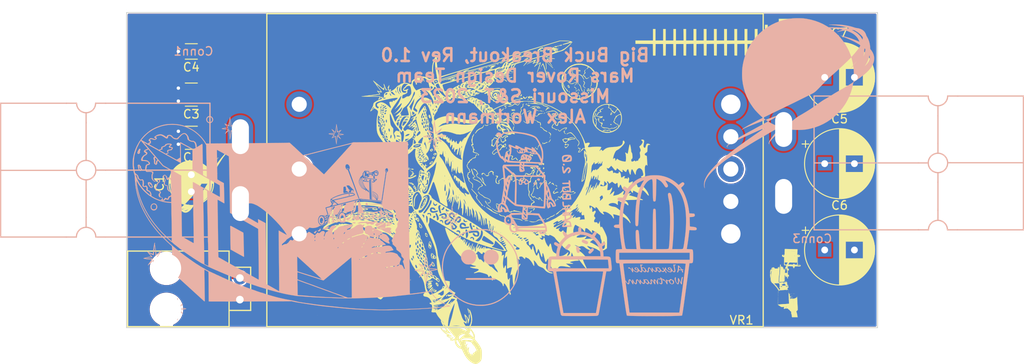
<source format=kicad_pcb>
(kicad_pcb (version 20211014) (generator pcbnew)
  (layers (0 "F.Cu" signal) (31 "B.Cu" signal) (34 "B.Paste" user) (35 "F.Paste" user) (36 "B.SilkS" user "B.Silkscreen") (37 "F.SilkS" user "F.Silkscreen") (38 "B.Mask" user) (39 "F.Mask" user) (44 "Edge.Cuts" user))
  (net 0 "")
  (net 1 "Net-(C1-Pad1)")
  (net 2 "GND")
  (net 3 "Net-(C5-Pad1)")
  (net 4 "Net-(Conn2-Pad2)")
  (footprint "Capacitor_SMD:C_1210_3225Metric_Pad1.33x2.70mm_HandSolder" (layer "F.Cu") (at 109.22 80.01 180)
    (fp_text reference "C2" (at 0 -2.3) (layer "F.SilkS"))
    (fp_text value "10 uF")
    (pad "1" smd roundrect (at -1.5625 0 180) (size 1.325 2.7) (layers "F.Cu" "F.Paste" "F.Mask") (roundrect_rratio 0.188679) (net 1 "Net-(C1-Pad1)"))
    (pad "2" smd roundrect (at 1.5625 0 180) (size 1.325 2.7) (layers "F.Cu" "F.Paste" "F.Mask") (roundrect_rratio 0.188679) (net 2 "GND"))
  )
  (footprint "Capacitor_THT:CP_Radial_D8.0mm_P3.50mm" (layer "F.Cu") (at 183.767349 83.058)
    (fp_text reference "C5" (at 1.75 -5.25) (layer "F.SilkS"))
    (fp_text value "470 uF")
    (pad "1" thru_hole rect (at 0 0) (size 1.6 1.6) (drill 0.8) (layers *.Cu *.Mask) (net 3 "Net-(C5-Pad1)"))
    (pad "2" thru_hole circle (at 3.5 0) (size 1.6 1.6) (drill 0.8) (layers *.Cu *.Mask) (net 2 "GND"))
  )
  (footprint "Capacitor_SMD:C_1206_3216Metric_Pad1.33x1.80mm_HandSolder" (layer "F.Cu") (at 109.22 69.85 180)
    (fp_text reference "C4" (at 0 -1.85) (layer "F.SilkS"))
    (fp_text value "0.1 uF")
    (pad "1" smd roundrect (at -1.5625 0 180) (size 1.325 1.8) (layers "F.Cu" "F.Paste" "F.Mask") (roundrect_rratio 0.188679) (net 1 "Net-(C1-Pad1)"))
    (pad "2" smd roundrect (at 1.5625 0 180) (size 1.325 1.8) (layers "F.Cu" "F.Paste" "F.Mask") (roundrect_rratio 0.188679) (net 2 "GND"))
  )
  (footprint "MRDT_Connectors:MOLEX_SL_02_Horizontal" (layer "F.Cu") (at 114.935 99.06 90)
    (fp_text reference "Conn2" hide)
    (fp_text value "Molex_SL_02")
    (pad "" np_thru_hole circle locked (at -1.145 -8.64 90) (size 3.45 3.45) (drill 3.45) (layers *.Cu *.Mask))
    (pad "" np_thru_hole circle locked (at 3.683 -8.636 90) (size 3.45 3.45) (drill 3.45) (layers *.Cu *.Mask))
    (pad "1" thru_hole circle locked (at 0 0 90) (size 1.524 1.524) (drill 0.9) (layers *.Cu *.Mask) (net 2 "GND"))
    (pad "2" thru_hole circle locked (at 2.54 0 90) (size 1.524 1.524) (drill 0.9) (layers *.Cu *.Mask) (net 4 "Net-(Conn2-Pad2)"))
  )
  (footprint "MRDT_Devices:Q36SR12020NRFA" (layer "F.Cu") (at 121.92 76.073)
    (fp_text reference "VR1" (at 52.07 25.4) (layer "F.SilkS"))
    (fp_text value "Q36SR12020NRFA")
    (pad "1" thru_hole circle locked (at 0 0) (size 3.048 3.048) (drill 1.778) (layers *.Cu *.Mask) (net 1 "Net-(C1-Pad1)"))
    (pad "2" thru_hole circle locked (at 0 7.62) (size 3.048 3.048) (drill 1.778) (layers *.Cu *.Mask) (net 4 "Net-(Conn2-Pad2)"))
    (pad "3" thru_hole circle locked (at 0 15.24) (size 3.048 3.048) (drill 1.778) (layers *.Cu *.Mask) (net 2 "GND"))
    (pad "4" thru_hole circle locked (at 50.8 15.24) (size 3.81 3.81) (drill 2.286) (layers *.Cu *.Mask) (net 2 "GND"))
    (pad "5" thru_hole circle locked (at 50.8 11.43) (size 3.048 3.048) (drill 1.778) (layers *.Cu *.Mask) (net 2 "GND"))
    (pad "6" thru_hole circle locked (at 50.8 7.62) (size 3.048 3.048) (drill 1.778) (layers *.Cu *.Mask))
    (pad "7" thru_hole circle locked (at 50.8 3.81) (size 3.048 3.048) (drill 1.778) (layers *.Cu *.Mask) (net 3 "Net-(C5-Pad1)"))
    (pad "8" thru_hole circle locked (at 50.8 0) (size 3.81 3.81) (drill 2.286) (layers *.Cu *.Mask) (net 3 "Net-(C5-Pad1)"))
  )
  (footprint "MRDT_Silkscreens:2_Shimble" (layer "F.Cu") (at 179.578 96.012)
    (fp_text reference "G***" hide)
    (fp_text value "LOGO" hide)
  )
  (footprint "Capacitor_THT:CP_Radial_D8.0mm_P3.50mm" (layer "F.Cu") (at 183.767349 72.898)
    (fp_text reference "C7" (at 1.75 -5.25) (layer "F.SilkS"))
    (fp_text value "470 uF")
    (pad "1" thru_hole rect (at 0 0) (size 1.6 1.6) (drill 0.8) (layers *.Cu *.Mask) (net 3 "Net-(C5-Pad1)"))
    (pad "2" thru_hole circle (at 3.5 0) (size 1.6 1.6) (drill 0.8) (layers *.Cu *.Mask) (net 2 "GND"))
  )
  (footprint "Capacitor_THT:CP_Radial_D8.0mm_P3.50mm" (layer "F.Cu") (at 183.767349 93.218)
    (fp_text reference "C6" (at 1.75 -5.25) (layer "F.SilkS"))
    (fp_text value "470 uF")
    (pad "1" thru_hole rect (at 0 0) (size 1.6 1.6) (drill 0.8) (layers *.Cu *.Mask) (net 3 "Net-(C5-Pad1)"))
    (pad "2" thru_hole circle (at 3.5 0) (size 1.6 1.6) (drill 0.8) (layers *.Cu *.Mask) (net 2 "GND"))
  )
  (footprint "MRDT_Silkscreens:yagi" (layer "F.Cu") (at 170.942 68.834 180)
    (fp_text reference "G***")
    (fp_text value "LOGO" hide)
  )
  (footprint "MRDT_Silkscreens:2_Nothing_3mm_Cu" (layer "F.Cu") (at 150.368 100.076)
    (fp_text reference "G***" hide)
    (fp_text value "LOGO" hide)
    (fp_line (start 0 -0.05588) (end 1.09728 1.8796) (layer "F.Cu") (width 0.15))
    (fp_line (start 1.09728 1.8796) (end -1.143 1.89992) (layer "F.Cu") (width 0.15))
    (fp_line (start -1.15316 1.91008) (end 0 -0.05588) (layer "F.Cu") (width 0.15))
    (fp_arc (start -0.75184 1.23952) (mid -0.020962 0.924201) (end 0.710317 1.238587) (layer "F.Cu") (width 0.15))
    (fp_arc (start 0.70104 1.22936) (mid 0.005291 1.518841) (end -0.69628 1.243768) (layer "F.Cu") (width 0.15))
    (fp_circle (center -0.0254 1.23952) (end 0.06604 1.48336) (layer "F.Cu") (width 0.15) (fill none))
  )
  (footprint "Capacitor_THT:CP_Radial_D5.0mm_P2.00mm" (layer "F.Cu") (at 109.22 86.36 90)
    (fp_text reference "C1" (at 1 -3.75 90) (layer "F.SilkS"))
    (fp_text value "22 uF")
    (pad "1" thru_hole rect (at 0 0 90) (size 1.6 1.6) (drill 0.8) (layers *.Cu *.Mask) (net 1 "Net-(C1-Pad1)"))
    (pad "2" thru_hole circle (at 2 0 90) (size 1.6 1.6) (drill 0.8) (layers *.Cu *.Mask) (net 2 "GND"))
  )
  (footprint "Capacitor_SMD:C_1210_3225Metric_Pad1.33x2.70mm_HandSolder" (layer "F.Cu") (at 109.22 74.93 180)
    (fp_text reference "C3" (at 0 -2.3) (layer "F.SilkS"))
    (fp_text value "10 uF")
    (pad "1" smd roundrect (at -1.5625 0 180) (size 1.325 2.7) (layers "F.Cu" "F.Paste" "F.Mask") (roundrect_rratio 0.188679) (net 1 "Net-(C1-Pad1)"))
    (pad "2" smd roundrect (at 1.5625 0 180) (size 1.325 2.7) (layers "F.Cu" "F.Paste" "F.Mask") (roundrect_rratio 0.188679) (net 2 "GND"))
  )
  (footprint "MRDT_Silkscreens:0_MRDT_Logo_7.5mm" (layer "F.Cu") (at 110.49 85.09)
    (fp_text reference "G***" hide)
    (fp_text value "LOGO" hide)
  )
  (footprint "MRDT_Silkscreens:zz_Valkyrie_Logo_Full_40mmx40mm" (layer "F.Cu") (at 144.018 87.376)
    (fp_text reference "G***" hide)
    (fp_text value "LOGO" hide)
  )
  (footprint "MRDT_Silkscreens:z_sig_Alex_Wortmann_PT1" (layer "B.Cu") (at 163.83 92.71 180)
    (fp_text reference "G***" hide)
    (fp_text value "LOGO" hide)
  )
  (footprint "MRDT_Silkscreens:z_sig_Alex_Wortmann_PT2" (layer "B.Cu") (at 154.94 96.012 180)
    (fp_text reference "G***" hide)
    (fp_text value "LOGO" hide)
  )
  (footprint "MRDT_Silkscreens:0_MRDT_Retro_Logo_40mmX25.3mm" (layer "B.Cu") (at 121.666 89.662 180)
    (fp_text reference "G***" hide)
    (fp_text value "LOGO" hide)
  )
  (footprint "MRDT_Silkscreens:0_MRDT_Logo_20mm" (layer "B.Cu") (at 179.578 75.946 -90)
    (fp_text reference "G***" hide)
    (fp_text value "LOGO" hide)
  )
  (footprint "MRDT_Connectors:Square_Anderson_2_H_Side_By_Side" (layer "B.Cu") (at 115.3718 88.307)
    (fp_text reference "Conn1" (at -5.9 -18.48) (layer "B.SilkS") (effects (justify mirror)))
    (fp_text value "AndersonPP")
    (pad "1" thru_hole oval locked (at -0.3746 -0.55) (size 3 5.1) (drill oval 2 4.1) (layers *.Cu *.Mask "B.Paste") (net 2 "GND"))
    (pad "2" thru_hole oval locked (at -0.3746 -8.424) (size 3 5.1) (drill oval 2 4.1) (layers *.Cu *.Mask "B.Paste") (net 1 "Net-(C1-Pad1)"))
  )
  (footprint "MRDT_Silkscreens:2_Dahlbot_2.0" (layer "B.Cu") (at 149.86 85.344 180)
    (fp_text reference "G***" hide)
    (fp_text value "LOGO" hide)
  )
  (footprint "MRDT_Connectors:Square_Anderson_2_H_Side_By_Side" (layer "B.Cu") (at 178.562 78.486 180)
    (fp_text reference "Conn3" (at -3.739349 -13.4) (layer "B.SilkS") (effects (justify mirror)))
    (fp_text value "AndersonPP")
    (pad "1" thru_hole oval (at -0.3746 -8.424 180) (size 3 5.1) (drill oval 2 4.1) (layers *.Cu *.Mask "B.Paste") (net 2 "GND"))
    (pad "2" thru_hole oval (at -0.3746 -0.55 180) (size 3 5.1) (drill oval 2 4.1) (layers *.Cu *.Mask "B.Paste") (net 3 "Net-(C5-Pad1)"))
  )
  (footprint "MRDT_Silkscreens:2_Meh" (layer "B.Cu") (at 143.256 95.25 180)
    (fp_text reference "G***" hide)
    (fp_text value "LOGO" hide)
  )
  (gr_line (start 101.6 102.362) (end 189.992 102.362) (layer "Edge.Cuts") (width 0.1))
  (gr_line (start 101.6 102.362) (end 101.6 65.278) (layer "Edge.Cuts") (width 0.1))
  (gr_line (start 189.992 65.278) (end 189.992 102.362) (layer "Edge.Cuts") (width 0.1))
  (gr_line (start 101.6 65.278) (end 189.992 65.278) (layer "Edge.Cuts") (width 0.1))
  (gr_text "Roberto" (at 148.59 88.138) (layer "F.Cu") (effects (font (size 0.762 0.762) (thickness 0.1905))))
  (gr_text "Big Buck Breakout, Rev 1.0\nMars Rover Design Team\nMissouri S&T, 2023\nAlex Wortmann" (at 147.32 73.914) (layer "B.SilkS") (effects (font (size 1.5 1.5) (thickness 0.3)) (justify mirror)))
  (segment (start 143.256 82.55) (end 143.002 82.804) (width 0.254) (layer "F.Cu") (net 0))
  (segment (start 150.876 79.502) (end 151.13 79.248) (width 0.254) (layer "F.Cu") (net 0))
  (segment (start 150.114 80.264) (end 150.368 80.01) (width 0.254) (layer "F.Cu") (net 0))
  (segment (start 149.606 81.788) (end 149.606 78.486) (width 0.254) (layer "F.Cu") (net 0))
  (segment (start 146.05 81.788) (end 146.304 81.534) (width 0.254) (layer "F.Cu") (net 0))
  (segment (start 142.748 83.312) (end 142.494 83.566) (width 0.254) (layer "F.Cu") (net 0))
  (segment (start 143.764 84.328) (end 143.764 83.566) (width 0.254) (layer "F.Cu") (net 0))
  (segment (start 148.336 84.074) (end 148.59 83.82) (width 0.254) (layer "F.Cu") (net 0))
  (segment (start 141.986 82.042) (end 141.986 84.328) (width 0.254) (layer "F.Cu") (net 0))
  (segment (start 145.542 78.994) (end 145.288 79.248) (width 0.254) (layer "F.Cu") (net 0))
  (segment (start 144.78 86.36) (end 152.4 86.36) (width 0.254) (layer "F.Cu") (net 0))
  (segment (start 145.542 80.518) (end 145.288 80.772) (width 0.254) (layer "F.Cu") (net 0))
  (segment (start 148.59 84.836) (end 148.844 84.582) (width 0.254) (layer "F.Cu") (net 0))
  (segment (start 153.162 78.486) (end 153.416 78.232) (width 0.254) (layer "F.Cu") (net 0))
  (segment (start 143.51 83.566) (end 143.256 83.82) (width 0.254) (layer "F.Cu") (net 0))
  (segment (start 144.272 79.756) (end 144.272 77.978) (width 0.254) (layer "F.Cu") (net 0))
  (segment (start 151.892 79.502) (end 152.146 79.248) (width 0.254) (layer "F.Cu") (net 0))
  (segment (start 150.368 78.486) (end 152.654 78.486) (width 0.254) (layer "F.Cu") (net 0))
  (segment (start 149.606 81.788) (end 150.622 81.788) (width 0.254) (layer "F.Cu") (net 0))
  (segment (start 146.05 77.978) (end 146.05 80.01) (width 0.254) (layer "F.Cu") (net 0))
  (segment (start 148.336 78.486) (end 149.352 78.486) (width 0.254) (layer "F.Cu") (net 0))
  (segment (start 144.78 78.486) (end 144.526 78.74) (width 0.254) (layer "F.Cu") (net 0))
  (segment (start 143.764 82.042) (end 143.764 80.01) (width 0.254) (layer "F.Cu") (net 0))
  (segment (start 149.606 78.486) (end 150.368 78.486) (width 0.254) (layer "F.Cu") (net 0))
  (segment (start 145.288 86.614) (end 145.288 89.916) (width 0.254) (layer "F.Cu") (net 0))
  (segment (start 146.812 81.788) (end 149.606 81.788) (width 0.254) (layer "F.Cu") (net 0))
  (segment (start 144.526 81.788) (end 144.272 82.042) (width 0.254) (layer "F.Cu") (net 0))
  (segment (start 149.098 76.454) (end 148.844 76.708) (width 0.254) (layer "F.Cu") (net 0))
  (segment (start 151.892 86.614) (end 151.892 89.916) (width 0.254) (layer "F.Cu") (net 0))
  (segment (start 152.654 78.486) (end 152.654 79.248) (width 0.254) (layer "F.Cu") (net 0))
  (segment (start 148.844 77.47) (end 149.098 77.216) (width 0.254) (layer "F.Cu") (net 0))
  (segment (start 151.638 81.28) (end 151.892 81.026) (width 0.254) (layer "F.Cu") (net 0))
  (segment (start 143.764 82.042) (end 141.986 82.042) (width 0.254) (layer "F.Cu") (net 0))
  (segment (start 152.4 86.36) (end 152.4 85.344) (width 0.254) (layer "F.Cu") (net 0))
  (segment (start 153.924 78.232) (end 154.178 77.978) (width 0.254) (layer "F.Cu") (net 0))
  (segment (start 145.288 81.28) (end 145.034 81.534) (width 0.254) (layer "F.Cu") (net 0))
  (segment (start 143.764 83.312) (end 143.764 82.042) (width 0.254) (layer "F.Cu") (net 0))
  (segment (start 147.32 84.074) (end 147.574 83.82) (width 0.254) (layer "F.Cu") (net 0))
  (segment (start 150.114 81.28) (end 150.368 81.026) (width 0.254) (layer "F.Cu") (net 0))
  (segment (start 149.606 84.074) (end 149.86 83.82) (width 0.254) (layer "F.Cu") (net 0))
  (segment (start 149.606 78.232) (end 149.86 77.978) (width 0.254) (layer "F.Cu") (net 0))
  (segment (start 152.654 82.042) (end 150.876 82.042) (width 0.254) (layer "F.Cu") (net 0))
  (segment (start 150.876 81.28) (end 151.13 81.026) (width 0.254) (layer "F.Cu") (net 0))
  (segment (start 150.368 76.2) (end 148.336 76.2) (width 0.254) (layer "F.Cu") (net 0))
  (segment (start 141.986 84.328) (end 143.764 84.328) (width 0.254) (layer "F.Cu") (net 0))
  (segment (start 144.272 77.978) (end 146.05 77.978) (width 0.254) (layer "F.Cu") (net 0))
  (segment (start 148.336 83.058) (end 148.59 82.804) (width 0.254) (layer "F.Cu") (net 0))
  (segment (start 145.796 82.804) (end 146.05 82.55) (width 0.254) (layer "F.Cu") (net 0))
  (segment (start 152.654 79.248) (end 154.432 79.248) (width 0.254) (layer "F.Cu") (net 0))
  (segment (start 154.432 79.248) (end 154.432 76.962) (width 0.254) (layer "F.Cu") (net 0))
  (segment (start 147.574 82.804) (end 147.828 82.55) (width 0.254) (layer "F.Cu") (net 0))
  (segment (start 152.4 85.344) (end 146.812 85.344) (width 0.254) (layer "F.Cu") (net 0))
  (segment (start 149.86 82.55) (end 150.114 82.296) (width 0.254) (layer "F.Cu") (net 0))
  (segment (start 149.098 77.978) (end 149.352 77.724) (width 0.254) (layer "F.Cu") (net 0))
  (segment (start 147.066 80.01) (end 147.066 81.534) (width 0.254) (layer "F.Cu") (net 0))
  (segment (start 145.288 78.486) (end 145.542 78.232) (width 0.254) (layer "F.Cu") (net 0))
  (segment (start 149.098 83.312) (end 149.352 83.058) (width 0.254) (layer "F.Cu") (net 0))
  (segment (start 150.368 78.486) (end 150.368 76.2) (width 0.254) (layer "F.Cu") (net 0))
  (segment (start 146.05 81.026) (end 146.304 80.772) (width 0.254) (layer "F.Cu") (net 0))
  (segment (start 151.892 80.518) (end 152.146 80.264) (width 0.254) (layer "F.Cu") (net 0))
  (segment (start 149.86 84.836) (end 150.114 84.582) (width 0.254) (layer "F.Cu") (net 0))
  (segment (start 148.336 76.2) (end 148.336 78.486) (width 0.254) (layer "F.Cu") (net 0))
  (segment (start 146.05 80.01) (end 147.066 80.01) (width 0.254) (layer "F.Cu") (net 0))
  (segment (start 150.622 81.788) (end 150.622 85.09) (width 0.254) (layer "F.Cu") (net 0))
  (segment (start 152.4 76.962) (end 152.4 78.232) (width 0.254) (layer "F.Cu") (net 0))
  (segment (start 146.812 83.312) (end 143.764 83.312) (width 0.254) (layer "F.Cu") (net 0))
  (segment (start 143.764 80.01) (end 146.05 80.01) (width 0.254) (layer "F.Cu") (net 0))
  (segment (start 144.526 80.518) (end 144.272 80.772) (width 0.254) (layer "F.Cu") (net 0))
  (segment (start 146.812 85.344) (end 144.78 85.344) (width 0.254) (layer "F.Cu") (net 0))
  (segment (start 152.654 79.248) (end 152.654 82.042) (width 0.254) (layer "F.Cu") (net 0))
  (segment (start 144.78 85.344) (end 144.78 86.36) (width 0.254) (layer "F.Cu") (net 0))
  (segment (start 146.812 83.312) (end 146.812 81.788) (width 0.254) (layer "F.Cu") (net 0))
  (segment (start 152.908 77.724) (end 153.162 77.47) (width 0.254) (layer "F.Cu") (net 0))
  (segment (start 151.892 89.916) (end 145.288 89.916) (width 0.254) (layer "F.Cu") (net 0))
  (segment (start 154.432 76.962) (end 152.4 76.962) (width 0.254) (layer "F.Cu") (net 0))
  (segment (start 149.86 76.962) (end 149.606 77.216) (width 0.254) (layer "F.Cu") (net 0))
  (segment (start 144.78 79.502) (end 144.526 79.756) (width 0.254) (layer "F.Cu") (net 0))
  (segment (start 150.114 79.248) (end 150.368 78.994) (width 0.254) (layer "F.Cu") (net 0))
  (segment (start 146.812 85.344) (end 146.812 83.312) (width 0.254) (layer "F.Cu") (net 0))
  (segment (start 145.034 82.296) (end 144.78 82.55) (width 0.254) (layer "F.Cu") (net 0))
  (segment (start 151.13 80.264) (end 151.384 80.01) (width 0.254) (layer "F.Cu") (net 0))
  (segment (start 114.9972 79.883) (end 118.11 79.883) (width 5.08) (layer "F.Cu") (net 1))
  (segment (start 118.11 79.883) (end 121.92 76.073) (width 5.08) (layer "F.Cu") (net 1))
  (via (at 107.696 79.248) (size 0.8) (drill 0.4) (layers "F.Cu" "B.Cu") (net 2))
  (via (at 107.696 69.85) (size 0.8) (drill 0.4) (layers "F.Cu" "B.Cu") (net 2))
  (via (at 107.696 75.692) (size 0.8) (drill 0.4) (layers "F.Cu" "B.Cu") (net 2))
  (via (at 107.696 74.168) (size 0.8) (drill 0.4) (layers "F.Cu" "B.Cu") (net 2))
  (via (at 107.696 80.772) (size 0.8) (drill 0.4) (layers "F.Cu" "B.Cu") (net 2))
  (segment (start 172.72 91.313) (end 174.5336 91.313) (width 7.62) (layer "B.Cu") (net 2))
  (segment (start 118.364 87.757) (end 121.92 91.313) (width 5.08) (layer "B.Cu") (net 2))
  (segment (start 174.5336 91.313) (end 178.9366 86.91) (width 7.62) (layer "B.Cu") (net 2))
  (segment (start 114.9972 87.757) (end 118.364 87.757) (width 5.08) (layer "B.Cu") (net 2))
  (segment (start 175.9736 76.073) (end 178.9366 79.036) (width 7.62) (layer "F.Cu") (net 3))
  (segment (start 172.72 76.073) (end 175.9736 76.073) (width 7.62) (layer "F.Cu") (net 3))
  (segment (start 110.998 93.98) (end 110.998 86.36) (width 0.25) (layer "F.Cu") (net 4))
  (segment (start 113.665 83.693) (end 121.92 83.693) (width 0.25) (layer "F.Cu") (net 4))
  (segment (start 114.935 96.52) (end 113.538 96.52) (width 0.25) (layer "F.Cu") (net 4))
  (segment (start 110.998 86.36) (end 113.665 83.693) (width 0.25) (layer "F.Cu") (net 4))
  (segment (start 113.538 96.52) (end 110.998 93.98) (width 0.25) (layer "F.Cu") (net 4))
  (zone (net 3) (net_name "Net-(C5-Pad1)") (layer "F.Cu") (priority 1) (connect_pads yes (clearance 0.127)) (min_thickness 0.254) (fill yes (thermal_gap 0.508) (thermal_bridge_width 0.508))
    (polygon (pts (xy 189.992 102.362) (xy 148.844 102.362) (xy 148.844 65.278) (xy 189.992 65.278)))
  )
  (zone (net 1) (net_name "Net-(C1-Pad1)") (layer "F.Cu") (priority 1) (connect_pads yes (clearance 0.127)) (min_thickness 0.254) (fill yes (thermal_gap 0.508) (thermal_bridge_width 0.508))
    (polygon (pts (xy 148.59 102.362) (xy 101.6 102.362) (xy 101.6 65.278) (xy 148.59 65.278)))
  )
  (zone (net 2) (net_name "GND") (layer "B.Cu") (connect_pads yes (clearance 0.127)) (min_thickness 0.254) (fill yes (thermal_gap 0.508) (thermal_bridge_width 0.508))
    (polygon (pts (xy 189.992 102.362) (xy 101.6 102.362) (xy 101.6 65.278) (xy 189.992 65.278)))
  )
)
</source>
